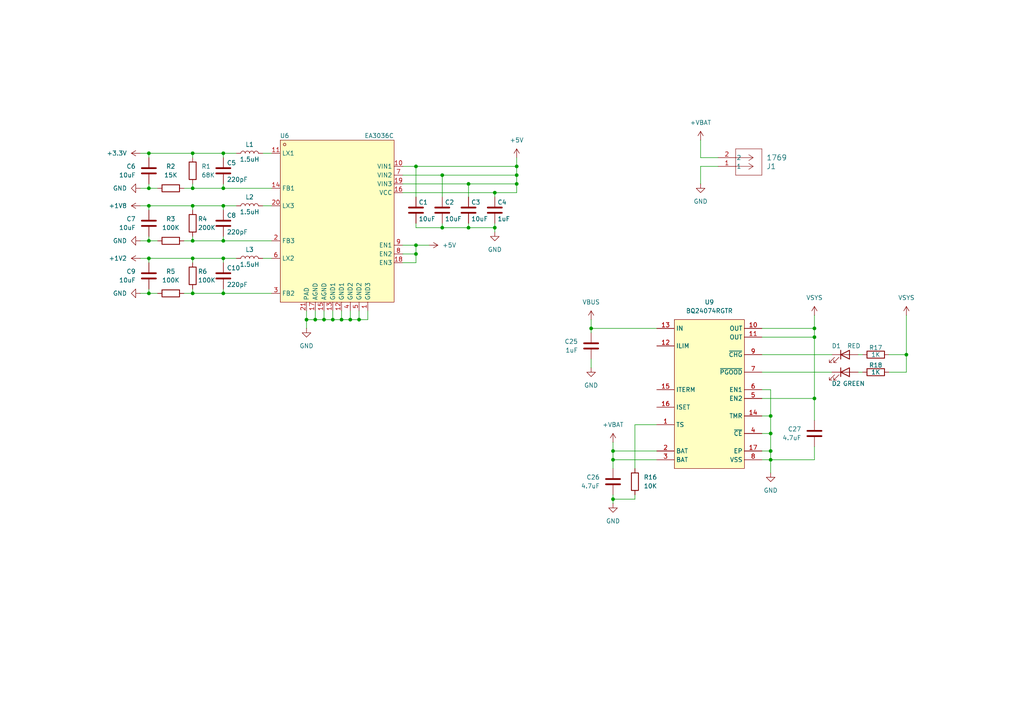
<source format=kicad_sch>
(kicad_sch (version 20250114) (generator "eeschema") (generator_version "9.0")
  (paper "A4")
  (lib_symbols
    (symbol "2025-05-09_03-42-57:1769" (pin_names (offset 0.254))
      (property "Reference" "J" (at 8.89 6.35 0))
      (property "Value" "1769" (at 0 0 0))
      (symbol "1769_1_1"
        (polyline (pts (xy 5.08 2.54) (xy 5.08 -5.08)) (stroke (width 0.127)))
        (polyline (pts (xy 5.08 -5.08) (xy 12.7 -5.08)) (stroke (width 0.127)))
        (polyline (pts (xy 10.16 0) (xy 5.08 0)) (stroke (width 0.127)))
        (polyline (pts (xy 10.16 0) (xy 8.89 0.8467)) (stroke (width 0.127)))
        (polyline (pts (xy 10.16 0) (xy 8.89 -0.8467)) (stroke (width 0.127)))
        (polyline (pts (xy 10.16 -2.54) (xy 5.08 -2.54)) (stroke (width 0.127)))
        (polyline (pts (xy 10.16 -2.54) (xy 8.89 -1.6933)) (stroke (width 0.127)))
        (polyline (pts (xy 10.16 -2.54) (xy 8.89 -3.3867)) (stroke (width 0.127)))
        (polyline (pts (xy 12.7 2.54) (xy 5.08 2.54)) (stroke (width 0.127)))
        (polyline (pts (xy 12.7 -5.08) (xy 12.7 2.54)) (stroke (width 0.127)))
        (pin unspecified line (at 0 0 0) (length 5.08) (name "1") (number "1"))
        (pin unspecified line (at 0 -2.54 0) (length 5.08) (name "2") (number "2"))
      )
      (symbol "1769_1_2"
        (polyline (pts (xy 5.08 2.54) (xy 5.08 -5.08)) (stroke (width 0.127)))
        (polyline (pts (xy 5.08 -5.08) (xy 12.7 -5.08)) (stroke (width 0.127)))
        (polyline (pts (xy 7.62 0) (xy 5.08 0)) (stroke (width 0.127)))
        (polyline (pts (xy 7.62 0) (xy 8.89 0.8467)) (stroke (width 0.127)))
        (polyline (pts (xy 7.62 0) (xy 8.89 -0.8467)) (stroke (width 0.127)))
        (polyline (pts (xy 7.62 -2.54) (xy 5.08 -2.54)) (stroke (width 0.127)))
        (polyline (pts (xy 7.62 -2.54) (xy 8.89 -1.6933)) (stroke (width 0.127)))
        (polyline (pts (xy 7.62 -2.54) (xy 8.89 -3.3867)) (stroke (width 0.127)))
        (polyline (pts (xy 12.7 2.54) (xy 5.08 2.54)) (stroke (width 0.127)))
        (polyline (pts (xy 12.7 -5.08) (xy 12.7 2.54)) (stroke (width 0.127)))
        (pin unspecified line (at 0 0 0) (length 5.08) (name "1") (number "1"))
        (pin unspecified line (at 0 -2.54 0) (length 5.08) (name "2") (number "2"))
      )
    )
    (symbol "Device:C" (pin_numbers (hide yes)) (pin_names (offset 0.254))
      (property "Reference" "C" (at 0.635 2.54 0))
      (property "Value" "C" (at 0.635 -2.54 0))
      (symbol "C_0_1"
        (polyline (pts (xy -2.032 0.762) (xy 2.032 0.762)) (stroke (width 0.508)))
        (polyline (pts (xy -2.032 -0.762) (xy 2.032 -0.762)) (stroke (width 0.508)))
      )
      (symbol "C_1_1"
        (pin passive line (at 0 3.81 270) (length 2.794) (name "~") (number "1"))
        (pin passive line (at 0 -3.81 90) (length 2.794) (name "~") (number "2"))
      )
    )
    (symbol "Device:L" (pin_numbers (hide yes)) (pin_names (offset 1.016) (hide yes))
      (property "Reference" "L" (at -1.27 0 90))
      (property "Value" "L" (at 1.905 0 90))
      (symbol "L_0_1"
        (arc (start 0 2.54) (mid 0.6323 1.905) (end 0 1.27))
        (arc (start 0 1.27) (mid 0.6323 0.635) (end 0 0))
        (arc (start 0 0) (mid 0.6323 -0.635) (end 0 -1.27))
        (arc (start 0 -1.27) (mid 0.6323 -1.905) (end 0 -2.54))
      )
      (symbol "L_1_1"
        (pin passive line (at 0 3.81 270) (length 1.27) (name "1") (number "1"))
        (pin passive line (at 0 -3.81 90) (length 1.27) (name "2") (number "2"))
      )
    )
    (symbol "Device:LED" (pin_numbers (hide yes)) (pin_names (offset 1.016) (hide yes))
      (property "Reference" "D" (at 0 2.54 0))
      (property "Value" "LED" (at 0 -2.54 0))
      (symbol "LED_0_1"
        (polyline (pts (xy -3.048 -0.762) (xy -4.572 -2.286) (xy -3.81 -2.286) (xy -4.572 -2.286) (xy -4.572 -1.524)))
        (polyline (pts (xy -1.778 -0.762) (xy -3.302 -2.286) (xy -2.54 -2.286) (xy -3.302 -2.286) (xy -3.302 -1.524)))
        (polyline (pts (xy -1.27 0) (xy 1.27 0)))
        (polyline (pts (xy -1.27 -1.27) (xy -1.27 1.27)) (stroke (width 0.254)))
        (polyline (pts (xy 1.27 -1.27) (xy 1.27 1.27) (xy -1.27 0) (xy 1.27 -1.27)) (stroke (width 0.254)))
      )
      (symbol "LED_1_1"
        (pin passive line (at -3.81 0 0) (length 2.54) (name "K") (number "1"))
        (pin passive line (at 3.81 0 180) (length 2.54) (name "A") (number "2"))
      )
    )
    (symbol "Device:R" (pin_numbers (hide yes)) (pin_names (offset 0))
      (property "Reference" "R" (at 2.032 0 90))
      (property "Value" "R" (at 0 0 90))
      (symbol "R_0_1"
        (rectangle (start -1.016 -2.54) (end 1.016 2.54) (stroke (width 0.254)))
      )
      (symbol "R_1_1"
        (pin passive line (at 0 3.81 270) (length 1.27) (name "~") (number "1"))
        (pin passive line (at 0 -3.81 90) (length 1.27) (name "~") (number "2"))
      )
    )
    (symbol "easyeda2kicad:BQ24074RGTR"
      (property "Reference" "U" (at 0 24.13 0))
      (property "Value" "BQ24074RGTR" (at 0 -24.13 0))
      (symbol "BQ24074RGTR_0_1"
        (rectangle (start -10.16 21.59) (end 10.16 -21.59) (fill (type background)))
        (pin power_in line (at -15.24 19.05 0) (length 5.08) (name "IN") (number "13"))
        (pin unspecified line (at -15.24 13.97 0) (length 5.08) (name "ILIM") (number "12"))
        (pin unspecified line (at -15.24 1.27 0) (length 5.08) (name "ITERM") (number "15"))
        (pin unspecified line (at -15.24 -3.81 0) (length 5.08) (name "ISET") (number "16"))
        (pin unspecified line (at -15.24 -8.89 0) (length 5.08) (name "TS") (number "1"))
        (pin power_in line (at -15.24 -16.51 0) (length 5.08) (name "BAT") (number "2"))
        (pin power_in line (at -15.24 -19.05 0) (length 5.08) (name "BAT") (number "3"))
        (pin power_in line (at 15.24 19.05 180) (length 5.08) (name "OUT") (number "10"))
        (pin power_in line (at 15.24 16.51 180) (length 5.08) (name "OUT") (number "11"))
        (pin unspecified line (at 15.24 11.43 180) (length 5.08) (name "~{CHG}") (number "9"))
        (pin unspecified line (at 15.24 6.35 180) (length 5.08) (name "~{PGOOD}") (number "7"))
        (pin unspecified line (at 15.24 1.27 180) (length 5.08) (name "EN1") (number "6"))
        (pin unspecified line (at 15.24 -1.27 180) (length 5.08) (name "EN2") (number "5"))
        (pin unspecified line (at 15.24 -6.35 180) (length 5.08) (name "TMR") (number "14"))
        (pin unspecified line (at 15.24 -11.43 180) (length 5.08) (name "~{CE}") (number "4"))
        (pin power_in line (at 15.24 -16.51 180) (length 5.08) (name "EP") (number "17"))
        (pin power_in line (at 15.24 -19.05 180) (length 5.08) (name "VSS") (number "8"))
      )
    )
    (symbol "easyeda2kicad:EA3036C"
      (property "Reference" "U" (at -0.254 33.274 0))
      (property "Value" "EA3036C" (at 0 -22.86 0))
      (symbol "EA3036C_0_1"
        (rectangle (start -16.51 31.75) (end 16.51 -15.24) (fill (type background)))
        (circle (center -15.24 30.48) (radius 0.38))
        (pin unspecified line (at -19.05 27.94 0) (length 2.54) (name "LX1") (number "11"))
        (pin unspecified line (at -19.05 17.78 0) (length 2.54) (name "FB1") (number "14"))
        (pin unspecified line (at -19.05 12.7 0) (length 2.54) (name "LX3") (number "20"))
        (pin unspecified line (at -19.05 2.54 0) (length 2.54) (name "FB3") (number "2"))
        (pin unspecified line (at -19.05 -2.54 0) (length 2.54) (name "LX2") (number "6"))
        (pin unspecified line (at -19.05 -12.7 0) (length 2.54) (name "FB2") (number "3"))
        (pin unspecified line (at -8.89 -17.78 90) (length 2.54) (name "PAD") (number "21"))
        (pin unspecified line (at -6.35 -17.78 90) (length 2.54) (name "AGND") (number "17"))
        (pin unspecified line (at -3.81 -17.78 90) (length 2.54) (name "AGND") (number "15"))
        (pin unspecified line (at -1.27 -17.78 90) (length 2.54) (name "GND1") (number "13"))
        (pin unspecified line (at 1.27 -17.78 90) (length 2.54) (name "GND1") (number "12"))
        (pin unspecified line (at 3.81 -17.78 90) (length 2.54) (name "GND2") (number "4"))
        (pin unspecified line (at 6.35 -17.78 90) (length 2.54) (name "GND2") (number "5"))
        (pin unspecified line (at 8.89 -17.78 90) (length 2.54) (name "GND3") (number "1"))
        (pin unspecified line (at 19.05 24.13 180) (length 2.54) (name "VIN1") (number "10"))
        (pin unspecified line (at 19.05 21.59 180) (length 2.54) (name "VIN2") (number "7"))
        (pin unspecified line (at 19.05 19.05 180) (length 2.54) (name "VIN3") (number "19"))
        (pin unspecified line (at 19.05 16.51 180) (length 2.54) (name "VCC") (number "16"))
        (pin unspecified line (at 19.05 1.27 180) (length 2.54) (name "EN1") (number "9"))
        (pin unspecified line (at 19.05 -1.27 180) (length 2.54) (name "EN2") (number "8"))
        (pin unspecified line (at 19.05 -3.81 180) (length 2.54) (name "EN3") (number "18"))
      )
    )
    (symbol "power:+1V2" (power) (pin_numbers (hide yes)) (pin_names (offset 0) (hide yes))
      (property "Value" "+1V2" (at 0 3.556 0))
      (symbol "+1V2_0_1"
        (polyline (pts (xy -0.762 1.27) (xy 0 2.54)))
        (polyline (pts (xy 0 2.54) (xy 0.762 1.27)))
        (polyline (pts (xy 0 0) (xy 0 2.54)))
      )
      (symbol "+1V2_1_1"
        (pin power_in line (at 0 0 90) (length 0) (name "~") (number "1"))
      )
    )
    (symbol "power:+1V8" (power) (pin_numbers (hide yes)) (pin_names (offset 0) (hide yes))
      (property "Value" "+1V8" (at 0 3.556 0))
      (symbol "+1V8_0_1"
        (polyline (pts (xy -0.762 1.27) (xy 0 2.54)))
        (polyline (pts (xy 0 2.54) (xy 0.762 1.27)))
        (polyline (pts (xy 0 0) (xy 0 2.54)))
      )
      (symbol "+1V8_1_1"
        (pin power_in line (at 0 0 90) (length 0) (name "~") (number "1"))
      )
    )
    (symbol "power:+3.3V" (power) (pin_numbers (hide yes)) (pin_names (offset 0) (hide yes))
      (property "Value" "+3.3V" (at 0 3.556 0))
      (symbol "+3.3V_0_1"
        (polyline (pts (xy -0.762 1.27) (xy 0 2.54)))
        (polyline (pts (xy 0 2.54) (xy 0.762 1.27)))
        (polyline (pts (xy 0 0) (xy 0 2.54)))
      )
      (symbol "+3.3V_1_1"
        (pin power_in line (at 0 0 90) (length 0) (name "~") (number "1"))
      )
    )
    (symbol "power:+5V" (power) (pin_numbers (hide yes)) (pin_names (offset 0) (hide yes))
      (property "Value" "+5V" (at 0 3.556 0))
      (symbol "+5V_0_1"
        (polyline (pts (xy -0.762 1.27) (xy 0 2.54)))
        (polyline (pts (xy 0 2.54) (xy 0.762 1.27)))
        (polyline (pts (xy 0 0) (xy 0 2.54)))
      )
      (symbol "+5V_1_1"
        (pin power_in line (at 0 0 90) (length 0) (name "~") (number "1"))
      )
    )
    (symbol "power:GND" (power) (pin_numbers (hide yes)) (pin_names (offset 0) (hide yes))
      (property "Value" "GND" (at 0 -3.81 0))
      (symbol "GND_0_1"
        (polyline (pts (xy 0 0) (xy 0 -1.27) (xy 1.27 -1.27) (xy 0 -2.54) (xy -1.27 -1.27) (xy 0 -1.27)))
      )
      (symbol "GND_1_1"
        (pin power_in line (at 0 0 270) (length 0) (name "~") (number "1"))
      )
    )
    (symbol "power:VBUS" (power) (pin_numbers (hide yes)) (pin_names (offset 0) (hide yes))
      (property "Value" "VBUS" (at 0 3.556 0))
      (symbol "VBUS_0_1"
        (polyline (pts (xy -0.762 1.27) (xy 0 2.54)))
        (polyline (pts (xy 0 2.54) (xy 0.762 1.27)))
        (polyline (pts (xy 0 0) (xy 0 2.54)))
      )
      (symbol "VBUS_1_1"
        (pin power_in line (at 0 0 90) (length 0) (name "~") (number "1"))
      )
    )
  )
  (junction (at 262.89 102.87))
  (junction (at 223.52 120.65))
  (junction (at 55.88 44.45))
  (junction (at 128.27 66.04))
  (junction (at 177.8 144.78))
  (junction (at 64.77 69.85))
  (junction (at 143.51 55.88))
  (junction (at 55.88 54.61))
  (junction (at 64.77 44.45))
  (junction (at 64.77 59.69))
  (junction (at 177.8 130.81))
  (junction (at 149.86 48.26))
  (junction (at 55.88 69.85))
  (junction (at 91.44 92.71))
  (junction (at 55.88 74.93))
  (junction (at 223.52 130.81))
  (junction (at 99.06 92.71))
  (junction (at 43.18 54.61))
  (junction (at 43.18 59.69))
  (junction (at 88.9 92.71))
  (junction (at 149.86 53.34))
  (junction (at 120.65 48.26))
  (junction (at 96.52 92.71))
  (junction (at 43.18 69.85))
  (junction (at 171.45 95.25))
  (junction (at 236.22 97.79))
  (junction (at 236.22 115.57))
  (junction (at 43.18 44.45))
  (junction (at 55.88 59.69))
  (junction (at 143.51 66.04))
  (junction (at 135.89 53.34))
  (junction (at 223.52 125.73))
  (junction (at 236.22 95.25))
  (junction (at 101.6 92.71))
  (junction (at 128.27 50.8))
  (junction (at 43.18 74.93))
  (junction (at 64.77 85.09))
  (junction (at 55.88 85.09))
  (junction (at 135.89 66.04))
  (junction (at 93.98 92.71))
  (junction (at 43.18 85.09))
  (junction (at 104.14 92.71))
  (junction (at 149.86 50.8))
  (junction (at 64.77 74.93))
  (junction (at 120.65 73.66))
  (junction (at 120.65 71.12))
  (junction (at 64.77 54.61))
  (junction (at 177.8 133.35))
  (junction (at 223.52 133.35))
  (wire (pts (xy 177.8 143.51) (xy 177.8 144.78)))
  (wire (pts (xy 223.52 113.03) (xy 223.52 120.65)))
  (wire (pts (xy 43.18 83.82) (xy 43.18 85.09)))
  (wire (pts (xy 248.92 102.87) (xy 250.19 102.87)))
  (wire (pts (xy 53.34 69.85) (xy 55.88 69.85)))
  (wire (pts (xy 76.2 59.69) (xy 78.74 59.69)))
  (wire (pts (xy 223.52 137.16) (xy 223.52 133.35)))
  (wire (pts (xy 99.06 92.71) (xy 96.52 92.71)))
  (wire (pts (xy 116.84 55.88) (xy 143.51 55.88)))
  (wire (pts (xy 128.27 66.04) (xy 135.89 66.04)))
  (wire (pts (xy 64.77 74.93) (xy 55.88 74.93)))
  (wire (pts (xy 43.18 59.69) (xy 43.18 60.96)))
  (wire (pts (xy 223.52 130.81) (xy 220.98 130.81)))
  (wire (pts (xy 43.18 85.09) (xy 45.72 85.09)))
  (wire (pts (xy 149.86 55.88) (xy 149.86 53.34)))
  (wire (pts (xy 177.8 128.27) (xy 177.8 130.81)))
  (wire (pts (xy 64.77 59.69) (xy 55.88 59.69)))
  (wire (pts (xy 78.74 69.85) (xy 64.77 69.85)))
  (wire (pts (xy 177.8 133.35) (xy 190.5 133.35)))
  (wire (pts (xy 177.8 130.81) (xy 177.8 133.35)))
  (wire (pts (xy 64.77 85.09) (xy 55.88 85.09)))
  (wire (pts (xy 220.98 113.03) (xy 223.52 113.03)))
  (wire (pts (xy 220.98 120.65) (xy 223.52 120.65)))
  (wire (pts (xy 88.9 92.71) (xy 88.9 95.25)))
  (wire (pts (xy 236.22 115.57) (xy 236.22 121.92)))
  (wire (pts (xy 68.58 74.93) (xy 64.77 74.93)))
  (wire (pts (xy 120.65 48.26) (xy 120.65 57.15)))
  (wire (pts (xy 64.77 44.45) (xy 64.77 45.72)))
  (wire (pts (xy 116.84 53.34) (xy 135.89 53.34)))
  (wire (pts (xy 93.98 90.17) (xy 93.98 92.71)))
  (wire (pts (xy 135.89 66.04) (xy 143.51 66.04)))
  (wire (pts (xy 55.88 69.85) (xy 55.88 68.58)))
  (wire (pts (xy 96.52 90.17) (xy 96.52 92.71)))
  (wire (pts (xy 220.98 107.95) (xy 241.3 107.95)))
  (wire (pts (xy 220.98 115.57) (xy 236.22 115.57)))
  (wire (pts (xy 104.14 90.17) (xy 104.14 92.71)))
  (wire (pts (xy 76.2 74.93) (xy 78.74 74.93)))
  (wire (pts (xy 236.22 97.79) (xy 220.98 97.79)))
  (wire (pts (xy 43.18 54.61) (xy 45.72 54.61)))
  (wire (pts (xy 43.18 74.93) (xy 43.18 76.2)))
  (wire (pts (xy 262.89 91.44) (xy 262.89 102.87)))
  (wire (pts (xy 64.77 69.85) (xy 55.88 69.85)))
  (wire (pts (xy 40.64 59.69) (xy 43.18 59.69)))
  (wire (pts (xy 68.58 44.45) (xy 64.77 44.45)))
  (wire (pts (xy 43.18 53.34) (xy 43.18 54.61)))
  (wire (pts (xy 236.22 133.35) (xy 223.52 133.35)))
  (wire (pts (xy 184.15 123.19) (xy 190.5 123.19)))
  (wire (pts (xy 143.51 64.77) (xy 143.51 66.04)))
  (wire (pts (xy 116.84 48.26) (xy 120.65 48.26)))
  (wire (pts (xy 262.89 102.87) (xy 262.89 107.95)))
  (wire (pts (xy 116.84 73.66) (xy 120.65 73.66)))
  (wire (pts (xy 128.27 64.77) (xy 128.27 66.04)))
  (wire (pts (xy 43.18 44.45) (xy 43.18 45.72)))
  (wire (pts (xy 101.6 90.17) (xy 101.6 92.71)))
  (wire (pts (xy 43.18 44.45) (xy 55.88 44.45)))
  (wire (pts (xy 43.18 69.85) (xy 45.72 69.85)))
  (wire (pts (xy 55.88 59.69) (xy 55.88 60.96)))
  (wire (pts (xy 78.74 85.09) (xy 64.77 85.09)))
  (wire (pts (xy 143.51 66.04) (xy 143.51 67.31)))
  (wire (pts (xy 43.18 74.93) (xy 55.88 74.93)))
  (wire (pts (xy 236.22 95.25) (xy 236.22 97.79)))
  (wire (pts (xy 171.45 95.25) (xy 171.45 96.52)))
  (wire (pts (xy 91.44 90.17) (xy 91.44 92.71)))
  (wire (pts (xy 184.15 144.78) (xy 177.8 144.78)))
  (wire (pts (xy 40.64 85.09) (xy 43.18 85.09)))
  (wire (pts (xy 220.98 133.35) (xy 223.52 133.35)))
  (wire (pts (xy 135.89 64.77) (xy 135.89 66.04)))
  (wire (pts (xy 220.98 95.25) (xy 236.22 95.25)))
  (wire (pts (xy 106.68 90.17) (xy 106.68 92.71)))
  (wire (pts (xy 64.77 83.82) (xy 64.77 85.09)))
  (wire (pts (xy 184.15 135.89) (xy 184.15 123.19)))
  (wire (pts (xy 128.27 50.8) (xy 128.27 57.15)))
  (wire (pts (xy 64.77 54.61) (xy 55.88 54.61)))
  (wire (pts (xy 88.9 90.17) (xy 88.9 92.71)))
  (wire (pts (xy 236.22 129.54) (xy 236.22 133.35)))
  (wire (pts (xy 64.77 44.45) (xy 55.88 44.45)))
  (wire (pts (xy 40.64 74.93) (xy 43.18 74.93)))
  (wire (pts (xy 91.44 92.71) (xy 88.9 92.71)))
  (wire (pts (xy 40.64 54.61) (xy 43.18 54.61)))
  (wire (pts (xy 220.98 102.87) (xy 241.3 102.87)))
  (wire (pts (xy 203.2 48.26) (xy 208.28 48.26)))
  (wire (pts (xy 43.18 59.69) (xy 55.88 59.69)))
  (wire (pts (xy 116.84 50.8) (xy 128.27 50.8)))
  (wire (pts (xy 257.81 102.87) (xy 262.89 102.87)))
  (wire (pts (xy 248.92 107.95) (xy 250.19 107.95)))
  (wire (pts (xy 236.22 97.79) (xy 236.22 115.57)))
  (wire (pts (xy 40.64 44.45) (xy 43.18 44.45)))
  (wire (pts (xy 236.22 91.44) (xy 236.22 95.25)))
  (wire (pts (xy 149.86 53.34) (xy 149.86 50.8)))
  (wire (pts (xy 203.2 40.64) (xy 203.2 45.72)))
  (wire (pts (xy 55.88 44.45) (xy 55.88 45.72)))
  (wire (pts (xy 55.88 74.93) (xy 55.88 76.2)))
  (wire (pts (xy 135.89 53.34) (xy 135.89 57.15)))
  (wire (pts (xy 120.65 66.04) (xy 128.27 66.04)))
  (wire (pts (xy 116.84 71.12) (xy 120.65 71.12)))
  (wire (pts (xy 171.45 104.14) (xy 171.45 106.68)))
  (wire (pts (xy 220.98 125.73) (xy 223.52 125.73)))
  (wire (pts (xy 64.77 68.58) (xy 64.77 69.85)))
  (wire (pts (xy 64.77 59.69) (xy 64.77 60.96)))
  (wire (pts (xy 40.64 69.85) (xy 43.18 69.85)))
  (wire (pts (xy 120.65 64.77) (xy 120.65 66.04)))
  (wire (pts (xy 143.51 55.88) (xy 143.51 57.15)))
  (wire (pts (xy 101.6 92.71) (xy 99.06 92.71)))
  (wire (pts (xy 53.34 85.09) (xy 55.88 85.09)))
  (wire (pts (xy 104.14 92.71) (xy 101.6 92.71)))
  (wire (pts (xy 53.34 54.61) (xy 55.88 54.61)))
  (wire (pts (xy 120.65 71.12) (xy 124.46 71.12)))
  (wire (pts (xy 143.51 55.88) (xy 149.86 55.88)))
  (wire (pts (xy 93.98 92.71) (xy 91.44 92.71)))
  (wire (pts (xy 120.65 76.2) (xy 120.65 73.66)))
  (wire (pts (xy 96.52 92.71) (xy 93.98 92.71)))
  (wire (pts (xy 149.86 50.8) (xy 149.86 48.26)))
  (wire (pts (xy 43.18 68.58) (xy 43.18 69.85)))
  (wire (pts (xy 64.77 53.34) (xy 64.77 54.61)))
  (wire (pts (xy 177.8 144.78) (xy 177.8 146.05)))
  (wire (pts (xy 223.52 120.65) (xy 223.52 125.73)))
  (wire (pts (xy 223.52 125.73) (xy 223.52 130.81)))
  (wire (pts (xy 120.65 73.66) (xy 120.65 71.12)))
  (wire (pts (xy 116.84 76.2) (xy 120.65 76.2)))
  (wire (pts (xy 223.52 133.35) (xy 223.52 130.81)))
  (wire (pts (xy 106.68 92.71) (xy 104.14 92.71)))
  (wire (pts (xy 64.77 74.93) (xy 64.77 76.2)))
  (wire (pts (xy 128.27 50.8) (xy 149.86 50.8)))
  (wire (pts (xy 99.06 90.17) (xy 99.06 92.71)))
  (wire (pts (xy 171.45 95.25) (xy 190.5 95.25)))
  (wire (pts (xy 149.86 48.26) (xy 149.86 45.72)))
  (wire (pts (xy 203.2 53.34) (xy 203.2 48.26)))
  (wire (pts (xy 177.8 130.81) (xy 190.5 130.81)))
  (wire (pts (xy 262.89 107.95) (xy 257.81 107.95)))
  (wire (pts (xy 171.45 92.71) (xy 171.45 95.25)))
  (wire (pts (xy 78.74 54.61) (xy 64.77 54.61)))
  (wire (pts (xy 184.15 143.51) (xy 184.15 144.78)))
  (wire (pts (xy 55.88 54.61) (xy 55.88 53.34)))
  (wire (pts (xy 55.88 85.09) (xy 55.88 83.82)))
  (wire (pts (xy 135.89 53.34) (xy 149.86 53.34)))
  (wire (pts (xy 76.2 44.45) (xy 78.74 44.45)))
  (wire (pts (xy 120.65 48.26) (xy 149.86 48.26)))
  (wire (pts (xy 68.58 59.69) (xy 64.77 59.69)))
  (wire (pts (xy 177.8 133.35) (xy 177.8 135.89)))
  (wire (pts (xy 203.2 45.72) (xy 208.28 45.72)))
  (symbol (lib_id "Device:R") (at 55.88 64.77 0) (unit 1)
    (property "Reference" "R4" (at 57.404 63.5 0) (effects (justify left)))
    (property "Value" "200K" (at 57.404 66.04 0) (effects (justify left)))
    (property "Description" "Resistor" (effects (hide yes)))
  )
  (symbol (lib_id "Device:C") (at 143.51 60.96 0) (unit 1)
    (property "Reference" "C4" (at 144.272 58.674 0) (effects (justify left)))
    (property "Value" "1uF" (at 144.272 63.5 0) (effects (justify left)))
    (property "Description" "Unpolarized capacitor" (effects (hide yes)))
  )
  (symbol (lib_id "easyeda2kicad:EA3036C") (at 97.79 72.39 0) (unit 1)
    (property "Reference" "U6" (at 82.55 39.37 0))
    (property "Value" "EA3036C" (at 109.982 39.37 0))
    (property "Footprint" "easyeda2kicad:WQFN-20_L3.0-W3.0-P0.40-BL-EP" (effects (hide yes)))
    (property "Datasheet" "https://lcsc.com/product-detail/PMIC-Battery-Management_Everanalog-IC-design-EA3036C_C570857.html" (effects (hide yes)))
    (property "LCSC Part" "C570857" (effects (hide yes)))
  )
  (symbol (lib_id "Device:R") (at 49.53 69.85 90) (unit 1)
    (property "Reference" "R3" (at 49.53 63.5 90))
    (property "Value" "100K" (at 49.53 66.04 90))
    (property "Description" "Resistor" (effects (hide yes)))
  )
  (symbol (lib_id "Device:LED") (at 245.11 107.95 0) (unit 1)
    (property "Reference" "D2" (at 242.57 111.252 0))
    (property "Value" "GREEN" (at 247.65 111.252 0))
    (property "Description" "Light emitting diode" (effects (hide yes)))
    (property "Sim.Pins" "1=K 2=A" (effects (hide yes)))
  )
  (symbol (lib_id "Device:C") (at 236.22 125.73 0) (unit 1)
    (property "Reference" "C27" (at 232.41 124.4599 0) (effects (justify right)))
    (property "Value" "4.7uF" (at 232.41 126.9999 0) (effects (justify right)))
    (property "Description" "Unpolarized capacitor" (effects (hide yes)))
  )
  (symbol (lib_id "Device:R") (at 254 102.87 90) (unit 1)
    (property "Reference" "R17" (at 254 100.838 90))
    (property "Value" "1K" (at 254 102.87 90))
    (property "Description" "Resistor" (effects (hide yes)))
  )
  (symbol (lib_id "Device:C") (at 43.18 64.77 0) (mirror y) (unit 1)
    (property "Reference" "C7" (at 39.37 63.4999 0) (effects (justify left)))
    (property "Value" "10uF" (at 39.37 66.0399 0) (effects (justify left)))
    (property "Description" "Unpolarized capacitor" (effects (hide yes)))
  )
  (symbol (lib_id "Device:R") (at 254 107.95 90) (unit 1)
    (property "Reference" "R18" (at 254 105.918 90))
    (property "Value" "1K" (at 254 107.95 90))
    (property "Description" "Resistor" (effects (hide yes)))
  )
  (symbol (lib_id "Device:C") (at 177.8 139.7 0) (unit 1)
    (property "Reference" "C26" (at 173.99 138.4299 0) (effects (justify right)))
    (property "Value" "4.7uF" (at 173.99 140.9699 0) (effects (justify right)))
    (property "Description" "Unpolarized capacitor" (effects (hide yes)))
  )
  (symbol (lib_id "Device:C") (at 171.45 100.33 0) (unit 1)
    (property "Reference" "C25" (at 167.64 99.0599 0) (effects (justify right)))
    (property "Value" "1uF" (at 167.64 101.5999 0) (effects (justify right)))
    (property "Description" "Unpolarized capacitor" (effects (hide yes)))
  )
  (symbol (lib_id "Device:L") (at 72.39 74.93 90) (unit 1)
    (property "Reference" "L3" (at 72.39 72.39 90))
    (property "Value" "1.5uH" (at 72.39 76.708 90))
    (property "Description" "Inductor" (effects (hide yes)))
  )
  (symbol (lib_id "power:VBUS") (at 262.89 91.44 0) (unit 1)
    (property "Reference" "#PWR064" (effects (hide yes)))
    (property "Value" "VSYS" (at 262.89 86.36 0))
    (property "Description" "Power symbol creates a global label with name \"VBUS\"" (effects (hide yes)))
  )
  (symbol (lib_id "power:+5V") (at 124.46 71.12 270) (unit 1)
    (property "Reference" "#PWR059" (effects (hide yes)))
    (property "Value" "+5V" (at 128.27 71.1199 90) (effects (justify left)))
    (property "Description" "Power symbol creates a global label with name \"+5V\"" (effects (hide yes)))
  )
  (symbol (lib_id "Device:C") (at 120.65 60.96 0) (unit 1)
    (property "Reference" "C1" (at 121.412 58.674 0) (effects (justify left)))
    (property "Value" "10uF" (at 121.412 63.5 0) (effects (justify left)))
    (property "Description" "Unpolarized capacitor" (effects (hide yes)))
  )
  (symbol (lib_id "Device:C") (at 43.18 80.01 0) (mirror y) (unit 1)
    (property "Reference" "C9" (at 39.37 78.7399 0) (effects (justify left)))
    (property "Value" "10uF" (at 39.37 81.2799 0) (effects (justify left)))
    (property "Description" "Unpolarized capacitor" (effects (hide yes)))
  )
  (symbol (lib_id "power:GND") (at 88.9 95.25 0) (unit 1)
    (property "Reference" "#PWR019" (effects (hide yes)))
    (property "Value" "GND" (at 88.9 100.33 0))
    (property "Description" "Power symbol creates a global label with name \"GND\" , ground" (effects (hide yes)))
  )
  (symbol (lib_id "power:GND") (at 40.64 54.61 270) (unit 1)
    (property "Reference" "#PWR024" (effects (hide yes)))
    (property "Value" "GND" (at 36.83 54.6099 90) (effects (justify right)))
    (property "Description" "Power symbol creates a global label with name \"GND\" , ground" (effects (hide yes)))
  )
  (symbol (lib_id "Device:C") (at 64.77 64.77 0) (unit 1)
    (property "Reference" "C8" (at 65.786 62.484 0) (effects (justify left)))
    (property "Value" "220pF" (at 65.786 67.31 0) (effects (justify left)))
    (property "Description" "Unpolarized capacitor" (effects (hide yes)))
  )
  (symbol (lib_id "power:+3.3V") (at 40.64 44.45 90) (unit 1)
    (property "Reference" "#PWR023" (effects (hide yes)))
    (property "Value" "+3.3V" (at 36.83 44.4499 90) (effects (justify left)))
    (property "Description" "Power symbol creates a global label with name \"+3.3V\"" (effects (hide yes)))
  )
  (symbol (lib_id "power:GND") (at 203.2 53.34 0) (unit 1)
    (property "Reference" "#PWR057" (effects (hide yes)))
    (property "Value" "GND" (at 203.2 58.42 0))
    (property "Description" "Power symbol creates a global label with name \"GND\" , ground" (effects (hide yes)))
  )
  (symbol (lib_id "Device:R") (at 49.53 54.61 90) (unit 1)
    (property "Reference" "R2" (at 49.53 48.26 90))
    (property "Value" "15K" (at 49.53 50.8 90))
    (property "Description" "Resistor" (effects (hide yes)))
  )
  (symbol (lib_id "power:GND") (at 143.51 67.31 0) (unit 1)
    (property "Reference" "#PWR02" (effects (hide yes)))
    (property "Value" "GND" (at 143.51 72.39 0))
    (property "Description" "Power symbol creates a global label with name \"GND\" , ground" (effects (hide yes)))
  )
  (symbol (lib_id "power:+5V") (at 149.86 45.72 0) (unit 1)
    (property "Reference" "#PWR058" (effects (hide yes)))
    (property "Value" "+5V" (at 149.86 40.64 0))
    (property "Description" "Power symbol creates a global label with name \"+5V\"" (effects (hide yes)))
  )
  (symbol (lib_id "power:+1V8") (at 40.64 59.69 90) (unit 1)
    (property "Reference" "#PWR025" (effects (hide yes)))
    (property "Value" "+1V8" (at 36.83 59.6899 90) (effects (justify left)))
    (property "Description" "Power symbol creates a global label with name \"+1V8\"" (effects (hide yes)))
  )
  (symbol (lib_id "Device:L") (at 72.39 44.45 90) (unit 1)
    (property "Reference" "L1" (at 72.39 41.91 90))
    (property "Value" "1.5uH" (at 72.39 46.228 90))
    (property "Description" "Inductor" (effects (hide yes)))
  )
  (symbol (lib_id "power:+3.3V") (at 203.2 40.64 0) (unit 1)
    (property "Reference" "#PWR056" (effects (hide yes)))
    (property "Value" "+VBAT" (at 203.2 35.56 0))
    (property "Description" "Power symbol creates a global label with name \"+3.3V\"" (effects (hide yes)))
  )
  (symbol (lib_id "power:GND") (at 40.64 69.85 270) (unit 1)
    (property "Reference" "#PWR026" (effects (hide yes)))
    (property "Value" "GND" (at 36.83 69.8499 90) (effects (justify right)))
    (property "Description" "Power symbol creates a global label with name \"GND\" , ground" (effects (hide yes)))
  )
  (symbol (lib_id "power:GND") (at 177.8 146.05 0) (unit 1)
    (property "Reference" "#PWR062" (effects (hide yes)))
    (property "Value" "GND" (at 177.8 151.13 0))
    (property "Description" "Power symbol creates a global label with name \"GND\" , ground" (effects (hide yes)))
  )
  (symbol (lib_id "Device:C") (at 43.18 49.53 0) (mirror y) (unit 1)
    (property "Reference" "C6" (at 39.37 48.2599 0) (effects (justify left)))
    (property "Value" "10uF" (at 39.37 50.7999 0) (effects (justify left)))
    (property "Description" "Unpolarized capacitor" (effects (hide yes)))
  )
  (symbol (lib_id "power:+3.3V") (at 177.8 128.27 0) (unit 1)
    (property "Reference" "#PWR061" (effects (hide yes)))
    (property "Value" "+VBAT" (at 177.8 123.19 0))
    (property "Description" "Power symbol creates a global label with name \"+3.3V\"" (effects (hide yes)))
  )
  (symbol (lib_id "power:GND") (at 40.64 85.09 270) (unit 1)
    (property "Reference" "#PWR028" (effects (hide yes)))
    (property "Value" "GND" (at 36.83 85.0899 90) (effects (justify right)))
    (property "Description" "Power symbol creates a global label with name \"GND\" , ground" (effects (hide yes)))
  )
  (symbol (lib_id "power:VBUS") (at 236.22 91.44 0) (unit 1)
    (property "Reference" "#PWR063" (effects (hide yes)))
    (property "Value" "VSYS" (at 236.22 86.36 0))
    (property "Description" "Power symbol creates a global label with name \"VBUS\"" (effects (hide yes)))
  )
  (symbol (lib_id "2025-05-09_03-42-57:1769") (at 208.28 48.26 0) (mirror x) (unit 1)
    (property "Reference" "J1" (at 222.25 48.2601 0) (effects (font (size 1.524 1.524)) (justify left)))
    (property "Value" "1769" (at 222.25 45.7201 0) (effects (font (size 1.524 1.524)) (justify left)))
    (property "Footprint" "jst-1769:CONN_1769_ADA" (effects (hide yes)))
    (property "Datasheet" "1769" (effects (hide yes)))
  )
  (symbol (lib_id "Device:C") (at 135.89 60.96 0) (unit 1)
    (property "Reference" "C3" (at 136.652 58.674 0) (effects (justify left)))
    (property "Value" "10uF" (at 136.652 63.5 0) (effects (justify left)))
    (property "Description" "Unpolarized capacitor" (effects (hide yes)))
  )
  (symbol (lib_id "Device:C") (at 64.77 49.53 0) (unit 1)
    (property "Reference" "C5" (at 65.786 47.244 0) (effects (justify left)))
    (property "Value" "220pF" (at 65.786 52.07 0) (effects (justify left)))
    (property "Description" "Unpolarized capacitor" (effects (hide yes)))
  )
  (symbol (lib_id "Device:R") (at 49.53 85.09 90) (unit 1)
    (property "Reference" "R5" (at 49.53 78.74 90))
    (property "Value" "100K" (at 49.53 81.28 90))
    (property "Description" "Resistor" (effects (hide yes)))
  )
  (symbol (lib_id "Device:C") (at 64.77 80.01 0) (unit 1)
    (property "Reference" "C10" (at 65.786 77.724 0) (effects (justify left)))
    (property "Value" "220pF" (at 65.786 82.55 0) (effects (justify left)))
    (property "Description" "Unpolarized capacitor" (effects (hide yes)))
  )
  (symbol (lib_id "power:GND") (at 171.45 106.68 0) (unit 1)
    (property "Reference" "#PWR045" (effects (hide yes)))
    (property "Value" "GND" (at 171.45 111.76 0))
    (property "Description" "Power symbol creates a global label with name \"GND\" , ground" (effects (hide yes)))
  )
  (symbol (lib_id "Device:C") (at 128.27 60.96 0) (unit 1)
    (property "Reference" "C2" (at 129.032 58.674 0) (effects (justify left)))
    (property "Value" "10uF" (at 129.032 63.5 0) (effects (justify left)))
    (property "Description" "Unpolarized capacitor" (effects (hide yes)))
  )
  (symbol (lib_id "Device:R") (at 184.15 139.7 0) (unit 1)
    (property "Reference" "R16" (at 186.69 138.4299 0) (effects (justify left)))
    (property "Value" "10K" (at 186.69 140.9699 0) (effects (justify left)))
    (property "Description" "Resistor" (effects (hide yes)))
  )
  (symbol (lib_id "power:GND") (at 223.52 137.16 0) (unit 1)
    (property "Reference" "#PWR060" (effects (hide yes)))
    (property "Value" "GND" (at 223.52 142.24 0))
    (property "Description" "Power symbol creates a global label with name \"GND\" , ground" (effects (hide yes)))
  )
  (symbol (lib_id "power:VBUS") (at 171.45 92.71 0) (unit 1)
    (property "Reference" "#PWR022" (effects (hide yes)))
    (property "Value" "VBUS" (at 171.45 87.63 0))
    (property "Description" "Power symbol creates a global label with name \"VBUS\"" (effects (hide yes)))
  )
  (symbol (lib_id "Device:LED") (at 245.11 102.87 0) (unit 1)
    (property "Reference" "D1" (at 242.57 100.33 0))
    (property "Value" "RED" (at 247.65 100.33 0))
    (property "Description" "Light emitting diode" (effects (hide yes)))
    (property "Sim.Pins" "1=K 2=A" (effects (hide yes)))
  )
  (symbol (lib_id "easyeda2kicad:BQ24074RGTR") (at 205.74 114.3 0) (unit 1)
    (property "Reference" "U9" (at 205.74 87.63 0))
    (property "Value" "BQ24074RGTR" (at 205.74 90.17 0))
    (property "Footprint" "easyeda2kicad:QFN-16_L3.0-W3.0-P0.50-TL-EP1.7" (effects (hide yes)))
    (property "Datasheet" "https://lcsc.com/product-detail/PMIC-Battery-Management_TI_BQ24074RGTR_BQ24074RGTR_C54313.html" (effects (hide yes)))
    (property "LCSC Part" "C54313" (effects (hide yes)))
  )
  (symbol (lib_id "Device:R") (at 55.88 80.01 0) (unit 1)
    (property "Reference" "R6" (at 57.404 78.74 0) (effects (justify left)))
    (property "Value" "100K" (at 57.404 81.28 0) (effects (justify left)))
    (property "Description" "Resistor" (effects (hide yes)))
  )
  (symbol (lib_id "Device:R") (at 55.88 49.53 0) (unit 1)
    (property "Reference" "R1" (at 58.42 48.2599 0) (effects (justify left)))
    (property "Value" "68K" (at 58.42 50.7999 0) (effects (justify left)))
    (property "Description" "Resistor" (effects (hide yes)))
  )
  (symbol (lib_id "power:+1V2") (at 40.64 74.93 90) (unit 1)
    (property "Reference" "#PWR027" (effects (hide yes)))
    (property "Value" "+1V2" (at 36.83 74.9299 90) (effects (justify left)))
    (property "Description" "Power symbol creates a global label with name \"+1V2\"" (effects (hide yes)))
  )
  (symbol (lib_id "Device:L") (at 72.39 59.69 90) (unit 1)
    (property "Reference" "L2" (at 72.39 57.15 90))
    (property "Value" "1.5uH" (at 72.39 61.468 90))
    (property "Description" "Inductor" (effects (hide yes)))
  )
)
</source>
